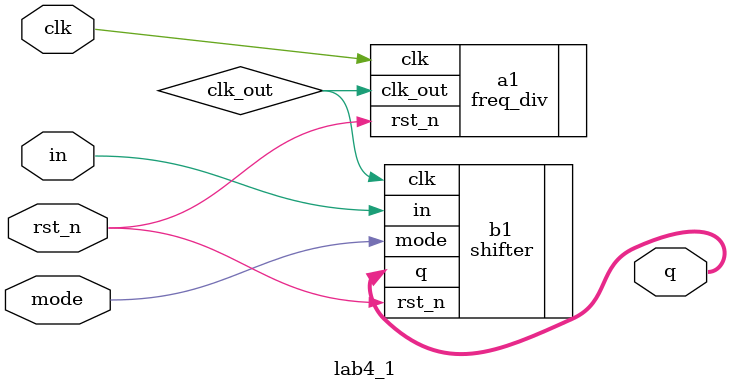
<source format=v>
`timescale 1ns / 1ps
module lab4_1(
	input clk,
	input rst_n,
	input in,
	input mode,
	output [7:0]q
    );

wire clk_out;
	 
freq_div a1(
.clk_out(clk_out), // divided clock output
.clk(clk), // global clock input
.rst_n(rst_n) // active low reset
);

shifter b1(
.q(q), // shifter output
.clk(clk_out), // global clock
.rst_n(rst_n), // active low reset
.in(in),
.mode(mode)
);


endmodule

</source>
